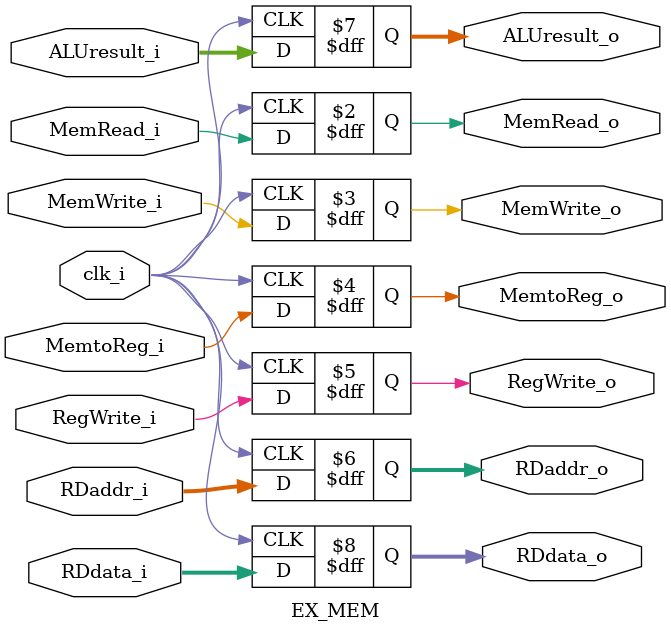
<source format=v>
module EX_MEM
(
    clk_i,
	MemRead_i,
    MemWrite_i,
    MemtoReg_i,
    RegWrite_i,

    ALUresult_i,
    RDdata_i,
    RDaddr_i,

    MemRead_o,
    MemWrite_o,
    MemtoReg_o,
    RegWrite_o,

    ALUresult_o,
    RDdata_o,
    RDaddr_o
);

// Ports
input               clk_i, MemRead_i, MemWrite_i, MemtoReg_i, RegWrite_i;
input   [4:0]       RDaddr_i;
input   [31:0]      ALUresult_i, RDdata_i;
output				MemRead_o, MemWrite_o, MemtoReg_o, RegWrite_o;
output 	[4:0]		RDaddr_o;
output	[31:0]		ALUresult_o, RDdata_o;

reg					MemRead_o, MemWrite_o, MemtoReg_o, RegWrite_o;
reg 	[4:0]		RDaddr_o;
reg		[31:0]		ALUresult_o, RDdata_o;


always@(posedge clk_i) begin
    MemRead_o <= MemRead_i;
    MemWrite_o <= MemWrite_i;
    MemtoReg_o <= MemtoReg_i;
    RegWrite_o <= RegWrite_i;
    RDaddr_o <= RDaddr_i;
    ALUresult_o <= ALUresult_i;
    RDdata_o <= RDdata_i;
end

endmodule

</source>
